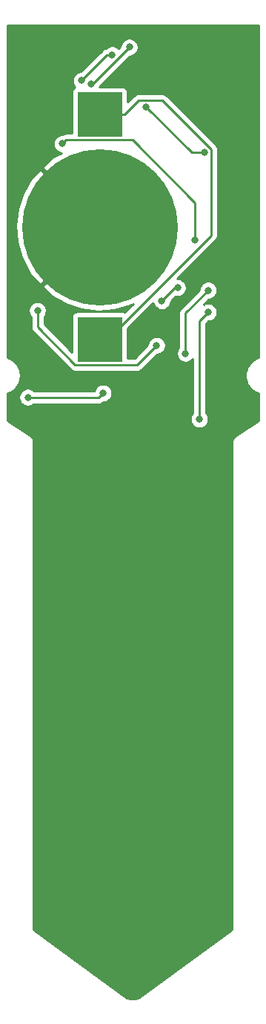
<source format=gbr>
G04 #@! TF.GenerationSoftware,KiCad,Pcbnew,(5.1.2-1)-1*
G04 #@! TF.CreationDate,2021-02-24T07:54:15+01:00*
G04 #@! TF.ProjectId,parasite,70617261-7369-4746-952e-6b696361645f,1.1.0*
G04 #@! TF.SameCoordinates,Original*
G04 #@! TF.FileFunction,Copper,L2,Bot*
G04 #@! TF.FilePolarity,Positive*
%FSLAX46Y46*%
G04 Gerber Fmt 4.6, Leading zero omitted, Abs format (unit mm)*
G04 Created by KiCad (PCBNEW (5.1.2-1)-1) date 2021-02-24 07:54:15*
%MOMM*%
%LPD*%
G04 APERTURE LIST*
%ADD10C,17.800000*%
%ADD11R,5.100000X5.100000*%
%ADD12C,0.800000*%
%ADD13C,0.250000*%
%ADD14C,0.254000*%
G04 APERTURE END LIST*
D10*
X114200000Y-71600000D03*
D11*
X114200000Y-58800000D03*
X114200000Y-84400000D03*
D12*
X106670000Y-69205000D03*
X125600000Y-93500000D03*
X126600000Y-81300000D03*
X125100000Y-73100000D03*
X109900000Y-62100000D03*
X124000000Y-86000000D03*
X126600000Y-78800000D03*
X114600000Y-90500000D03*
X106000000Y-91000000D03*
X114200000Y-84400000D03*
X117600000Y-51100000D03*
X113200000Y-55300000D03*
X120700000Y-85075000D03*
X107100000Y-81100000D03*
X115630001Y-51969999D03*
X112100000Y-54900000D03*
X123100000Y-78500000D03*
X121300000Y-80000000D03*
X126200000Y-63100000D03*
X119500000Y-57900000D03*
D13*
X125600000Y-82300000D02*
X126600000Y-81300000D01*
X125600000Y-93500000D02*
X125600000Y-82300000D01*
X125100000Y-72534315D02*
X125100000Y-73100000D01*
X125100000Y-68846998D02*
X125100000Y-72534315D01*
X117928003Y-61675001D02*
X125100000Y-68846998D01*
X110324999Y-61675001D02*
X117928003Y-61675001D01*
X109900000Y-62100000D02*
X110324999Y-61675001D01*
X124000000Y-81400000D02*
X126600000Y-78800000D01*
X124000000Y-86000000D02*
X124000000Y-81400000D01*
X114100000Y-91000000D02*
X106000000Y-91000000D01*
X114600000Y-90500000D02*
X114100000Y-91000000D01*
X118625001Y-57174999D02*
X117000000Y-58800000D01*
X121348001Y-57174999D02*
X118625001Y-57174999D01*
X126925001Y-62751999D02*
X121348001Y-57174999D01*
X126925001Y-72528001D02*
X126925001Y-62751999D01*
X117000000Y-58800000D02*
X114200000Y-58800000D01*
X115053002Y-84400000D02*
X126925001Y-72528001D01*
X114200000Y-84400000D02*
X115053002Y-84400000D01*
X113400000Y-55300000D02*
X113200000Y-55300000D01*
X117600000Y-51100000D02*
X113400000Y-55300000D01*
X107100000Y-82985002D02*
X107100000Y-81665685D01*
X111389999Y-87275001D02*
X107100000Y-82985002D01*
X107100000Y-81665685D02*
X107100000Y-81100000D01*
X118499999Y-87275001D02*
X111389999Y-87275001D01*
X120700000Y-85075000D02*
X118499999Y-87275001D01*
X115030001Y-51969999D02*
X112100000Y-54900000D01*
X115630001Y-51969999D02*
X115030001Y-51969999D01*
X122800000Y-78500000D02*
X121300000Y-80000000D01*
X123100000Y-78500000D02*
X122800000Y-78500000D01*
X126200000Y-63100000D02*
X124700000Y-63100000D01*
X124700000Y-63100000D02*
X119500000Y-57900000D01*
D14*
G36*
X132340001Y-86450801D02*
G01*
X132209523Y-86492191D01*
X132154588Y-86515737D01*
X132099235Y-86538551D01*
X132091129Y-86542935D01*
X131834592Y-86683968D01*
X131785247Y-86717755D01*
X131735409Y-86750867D01*
X131728309Y-86756741D01*
X131504051Y-86944916D01*
X131462207Y-86987646D01*
X131419751Y-87029806D01*
X131413927Y-87036947D01*
X131230491Y-87265097D01*
X131197744Y-87315139D01*
X131164286Y-87364742D01*
X131159960Y-87372879D01*
X131024330Y-87632313D01*
X131001918Y-87687785D01*
X130978740Y-87742923D01*
X130976077Y-87751745D01*
X130893422Y-88032583D01*
X130882224Y-88091284D01*
X130870184Y-88149940D01*
X130869285Y-88159112D01*
X130842753Y-88450656D01*
X130843171Y-88510472D01*
X130842753Y-88570288D01*
X130843652Y-88579460D01*
X130874252Y-88870605D01*
X130886283Y-88929217D01*
X130897489Y-88987963D01*
X130900153Y-88996784D01*
X130986721Y-89276440D01*
X131009899Y-89331578D01*
X131032311Y-89387050D01*
X131036638Y-89395186D01*
X131175877Y-89652702D01*
X131209304Y-89702259D01*
X131242080Y-89752347D01*
X131247905Y-89759488D01*
X131434510Y-89985056D01*
X131476965Y-90027215D01*
X131518809Y-90069945D01*
X131525909Y-90075819D01*
X131752773Y-90260845D01*
X131802566Y-90293927D01*
X131851955Y-90327745D01*
X131860061Y-90332127D01*
X132118542Y-90469564D01*
X132173836Y-90492355D01*
X132228829Y-90515925D01*
X132237632Y-90518650D01*
X132340000Y-90549557D01*
X132340001Y-93646778D01*
X129660588Y-95433054D01*
X129631550Y-95448575D01*
X129581287Y-95489825D01*
X129531543Y-95530562D01*
X129531323Y-95530830D01*
X129531052Y-95531052D01*
X129489702Y-95581438D01*
X129448962Y-95630974D01*
X129448799Y-95631278D01*
X129448575Y-95631551D01*
X129417976Y-95688798D01*
X129387556Y-95745566D01*
X129387454Y-95745901D01*
X129387290Y-95746208D01*
X129368356Y-95808623D01*
X129349687Y-95869938D01*
X129349653Y-95870278D01*
X129349550Y-95870618D01*
X129343124Y-95935859D01*
X129336808Y-95999307D01*
X129340000Y-96032066D01*
X129340001Y-151663912D01*
X118721338Y-159386575D01*
X118314733Y-159479214D01*
X117827192Y-159493131D01*
X117323567Y-159408264D01*
X117297780Y-159400478D01*
X106660000Y-151663913D01*
X106660000Y-96032065D01*
X106663192Y-95999306D01*
X106656876Y-95935858D01*
X106650450Y-95870617D01*
X106650347Y-95870277D01*
X106650313Y-95869937D01*
X106631644Y-95808622D01*
X106612710Y-95746207D01*
X106612546Y-95745900D01*
X106612444Y-95745565D01*
X106582024Y-95688797D01*
X106551425Y-95631550D01*
X106551201Y-95631277D01*
X106551038Y-95630973D01*
X106510105Y-95581201D01*
X106468948Y-95531052D01*
X106468680Y-95530832D01*
X106468457Y-95530561D01*
X106417903Y-95489161D01*
X106368449Y-95448575D01*
X106339423Y-95433061D01*
X103660000Y-93646779D01*
X103660000Y-90898061D01*
X104965000Y-90898061D01*
X104965000Y-91101939D01*
X105004774Y-91301898D01*
X105082795Y-91490256D01*
X105196063Y-91659774D01*
X105340226Y-91803937D01*
X105509744Y-91917205D01*
X105698102Y-91995226D01*
X105898061Y-92035000D01*
X106101939Y-92035000D01*
X106301898Y-91995226D01*
X106490256Y-91917205D01*
X106659774Y-91803937D01*
X106703711Y-91760000D01*
X114062678Y-91760000D01*
X114100000Y-91763676D01*
X114137322Y-91760000D01*
X114137333Y-91760000D01*
X114248986Y-91749003D01*
X114392247Y-91705546D01*
X114524276Y-91634974D01*
X114640001Y-91540001D01*
X114644105Y-91535000D01*
X114701939Y-91535000D01*
X114901898Y-91495226D01*
X115090256Y-91417205D01*
X115259774Y-91303937D01*
X115403937Y-91159774D01*
X115517205Y-90990256D01*
X115595226Y-90801898D01*
X115635000Y-90601939D01*
X115635000Y-90398061D01*
X115595226Y-90198102D01*
X115517205Y-90009744D01*
X115403937Y-89840226D01*
X115259774Y-89696063D01*
X115090256Y-89582795D01*
X114901898Y-89504774D01*
X114701939Y-89465000D01*
X114498061Y-89465000D01*
X114298102Y-89504774D01*
X114109744Y-89582795D01*
X113940226Y-89696063D01*
X113796063Y-89840226D01*
X113682795Y-90009744D01*
X113604774Y-90198102D01*
X113596440Y-90240000D01*
X106703711Y-90240000D01*
X106659774Y-90196063D01*
X106490256Y-90082795D01*
X106301898Y-90004774D01*
X106101939Y-89965000D01*
X105898061Y-89965000D01*
X105698102Y-90004774D01*
X105509744Y-90082795D01*
X105340226Y-90196063D01*
X105196063Y-90340226D01*
X105082795Y-90509744D01*
X105004774Y-90698102D01*
X104965000Y-90898061D01*
X103660000Y-90898061D01*
X103660000Y-90549198D01*
X103790476Y-90507809D01*
X103845412Y-90484263D01*
X103900764Y-90461449D01*
X103908870Y-90457065D01*
X104165408Y-90316032D01*
X104214753Y-90282245D01*
X104264591Y-90249133D01*
X104271691Y-90243259D01*
X104495949Y-90055084D01*
X104537793Y-90012354D01*
X104580248Y-89970195D01*
X104586072Y-89963053D01*
X104769509Y-89734903D01*
X104802251Y-89684869D01*
X104835714Y-89635258D01*
X104840040Y-89627122D01*
X104975670Y-89367687D01*
X104998082Y-89312215D01*
X105021260Y-89257077D01*
X105023923Y-89248255D01*
X105106578Y-88967417D01*
X105117785Y-88908669D01*
X105129816Y-88850059D01*
X105130715Y-88840888D01*
X105157247Y-88549344D01*
X105156829Y-88489528D01*
X105157247Y-88429712D01*
X105156348Y-88420541D01*
X105125748Y-88129395D01*
X105113710Y-88070753D01*
X105102510Y-88012037D01*
X105099847Y-88003216D01*
X105013279Y-87723560D01*
X104990101Y-87668422D01*
X104967689Y-87612950D01*
X104963362Y-87604814D01*
X104824123Y-87347298D01*
X104790701Y-87297749D01*
X104757920Y-87247653D01*
X104752095Y-87240512D01*
X104565490Y-87014945D01*
X104523054Y-86972804D01*
X104481191Y-86930055D01*
X104474091Y-86924181D01*
X104247227Y-86739155D01*
X104197408Y-86706055D01*
X104148045Y-86672256D01*
X104139939Y-86667873D01*
X103881458Y-86530436D01*
X103826164Y-86507645D01*
X103771171Y-86484075D01*
X103762368Y-86481350D01*
X103660000Y-86450443D01*
X103660000Y-80998061D01*
X106065000Y-80998061D01*
X106065000Y-81201939D01*
X106104774Y-81401898D01*
X106182795Y-81590256D01*
X106296063Y-81759774D01*
X106340001Y-81803712D01*
X106340000Y-82947679D01*
X106336324Y-82985002D01*
X106340000Y-83022324D01*
X106340000Y-83022334D01*
X106350997Y-83133987D01*
X106394454Y-83277248D01*
X106465026Y-83409278D01*
X106504871Y-83457828D01*
X106559999Y-83525003D01*
X106589003Y-83548806D01*
X110826200Y-87786004D01*
X110849998Y-87815002D01*
X110965723Y-87909975D01*
X111097752Y-87980547D01*
X111241013Y-88024004D01*
X111352666Y-88035001D01*
X111352674Y-88035001D01*
X111389999Y-88038677D01*
X111427324Y-88035001D01*
X118462677Y-88035001D01*
X118499999Y-88038677D01*
X118537321Y-88035001D01*
X118537332Y-88035001D01*
X118648985Y-88024004D01*
X118792246Y-87980547D01*
X118924275Y-87909975D01*
X119040000Y-87815002D01*
X119063803Y-87785998D01*
X120739802Y-86110000D01*
X120801939Y-86110000D01*
X121001898Y-86070226D01*
X121190256Y-85992205D01*
X121331152Y-85898061D01*
X122965000Y-85898061D01*
X122965000Y-86101939D01*
X123004774Y-86301898D01*
X123082795Y-86490256D01*
X123196063Y-86659774D01*
X123340226Y-86803937D01*
X123509744Y-86917205D01*
X123698102Y-86995226D01*
X123898061Y-87035000D01*
X124101939Y-87035000D01*
X124301898Y-86995226D01*
X124490256Y-86917205D01*
X124659774Y-86803937D01*
X124803937Y-86659774D01*
X124840001Y-86605801D01*
X124840000Y-92796289D01*
X124796063Y-92840226D01*
X124682795Y-93009744D01*
X124604774Y-93198102D01*
X124565000Y-93398061D01*
X124565000Y-93601939D01*
X124604774Y-93801898D01*
X124682795Y-93990256D01*
X124796063Y-94159774D01*
X124940226Y-94303937D01*
X125109744Y-94417205D01*
X125298102Y-94495226D01*
X125498061Y-94535000D01*
X125701939Y-94535000D01*
X125901898Y-94495226D01*
X126090256Y-94417205D01*
X126259774Y-94303937D01*
X126403937Y-94159774D01*
X126517205Y-93990256D01*
X126595226Y-93801898D01*
X126635000Y-93601939D01*
X126635000Y-93398061D01*
X126595226Y-93198102D01*
X126517205Y-93009744D01*
X126403937Y-92840226D01*
X126360000Y-92796289D01*
X126360000Y-82614801D01*
X126639802Y-82335000D01*
X126701939Y-82335000D01*
X126901898Y-82295226D01*
X127090256Y-82217205D01*
X127259774Y-82103937D01*
X127403937Y-81959774D01*
X127517205Y-81790256D01*
X127595226Y-81601898D01*
X127635000Y-81401939D01*
X127635000Y-81198061D01*
X127595226Y-80998102D01*
X127517205Y-80809744D01*
X127403937Y-80640226D01*
X127259774Y-80496063D01*
X127090256Y-80382795D01*
X126901898Y-80304774D01*
X126701939Y-80265000D01*
X126498061Y-80265000D01*
X126298102Y-80304774D01*
X126109744Y-80382795D01*
X126056290Y-80418512D01*
X126639802Y-79835000D01*
X126701939Y-79835000D01*
X126901898Y-79795226D01*
X127090256Y-79717205D01*
X127259774Y-79603937D01*
X127403937Y-79459774D01*
X127517205Y-79290256D01*
X127595226Y-79101898D01*
X127635000Y-78901939D01*
X127635000Y-78698061D01*
X127595226Y-78498102D01*
X127517205Y-78309744D01*
X127403937Y-78140226D01*
X127259774Y-77996063D01*
X127090256Y-77882795D01*
X126901898Y-77804774D01*
X126701939Y-77765000D01*
X126498061Y-77765000D01*
X126298102Y-77804774D01*
X126109744Y-77882795D01*
X125940226Y-77996063D01*
X125796063Y-78140226D01*
X125682795Y-78309744D01*
X125604774Y-78498102D01*
X125565000Y-78698061D01*
X125565000Y-78760198D01*
X123488998Y-80836201D01*
X123460000Y-80859999D01*
X123436202Y-80888997D01*
X123436201Y-80888998D01*
X123365026Y-80975724D01*
X123294454Y-81107754D01*
X123281332Y-81151014D01*
X123259136Y-81224188D01*
X123250998Y-81251015D01*
X123236324Y-81400000D01*
X123240001Y-81437332D01*
X123240000Y-85296289D01*
X123196063Y-85340226D01*
X123082795Y-85509744D01*
X123004774Y-85698102D01*
X122965000Y-85898061D01*
X121331152Y-85898061D01*
X121359774Y-85878937D01*
X121503937Y-85734774D01*
X121617205Y-85565256D01*
X121695226Y-85376898D01*
X121735000Y-85176939D01*
X121735000Y-84973061D01*
X121695226Y-84773102D01*
X121617205Y-84584744D01*
X121503937Y-84415226D01*
X121359774Y-84271063D01*
X121190256Y-84157795D01*
X121001898Y-84079774D01*
X120801939Y-84040000D01*
X120598061Y-84040000D01*
X120398102Y-84079774D01*
X120209744Y-84157795D01*
X120040226Y-84271063D01*
X119896063Y-84415226D01*
X119782795Y-84584744D01*
X119704774Y-84773102D01*
X119665000Y-84973061D01*
X119665000Y-85035198D01*
X118185198Y-86515001D01*
X117388072Y-86515001D01*
X117388072Y-83139731D01*
X120291689Y-80236114D01*
X120304774Y-80301898D01*
X120382795Y-80490256D01*
X120496063Y-80659774D01*
X120640226Y-80803937D01*
X120809744Y-80917205D01*
X120998102Y-80995226D01*
X121198061Y-81035000D01*
X121401939Y-81035000D01*
X121601898Y-80995226D01*
X121790256Y-80917205D01*
X121959774Y-80803937D01*
X122103937Y-80659774D01*
X122217205Y-80490256D01*
X122295226Y-80301898D01*
X122335000Y-80101939D01*
X122335000Y-80039801D01*
X122866058Y-79508743D01*
X122998061Y-79535000D01*
X123201939Y-79535000D01*
X123401898Y-79495226D01*
X123590256Y-79417205D01*
X123759774Y-79303937D01*
X123903937Y-79159774D01*
X124017205Y-78990256D01*
X124095226Y-78801898D01*
X124135000Y-78601939D01*
X124135000Y-78398061D01*
X124095226Y-78198102D01*
X124017205Y-78009744D01*
X123903937Y-77840226D01*
X123759774Y-77696063D01*
X123590256Y-77582795D01*
X123401898Y-77504774D01*
X123201939Y-77465000D01*
X123062804Y-77465000D01*
X127436005Y-73091799D01*
X127465002Y-73068002D01*
X127522401Y-72998061D01*
X127559975Y-72952278D01*
X127630547Y-72820248D01*
X127637265Y-72798102D01*
X127674004Y-72676987D01*
X127685001Y-72565334D01*
X127685001Y-72565324D01*
X127688677Y-72528001D01*
X127685001Y-72490679D01*
X127685001Y-62789321D01*
X127688677Y-62751998D01*
X127685001Y-62714675D01*
X127685001Y-62714666D01*
X127674004Y-62603013D01*
X127630547Y-62459752D01*
X127594464Y-62392246D01*
X127559975Y-62327722D01*
X127488800Y-62240996D01*
X127465002Y-62211998D01*
X127436004Y-62188200D01*
X121911805Y-56664002D01*
X121888002Y-56634998D01*
X121772277Y-56540025D01*
X121640248Y-56469453D01*
X121496987Y-56425996D01*
X121385334Y-56414999D01*
X121385323Y-56414999D01*
X121348001Y-56411323D01*
X121310679Y-56414999D01*
X118662323Y-56414999D01*
X118625000Y-56411323D01*
X118587677Y-56414999D01*
X118587668Y-56414999D01*
X118476015Y-56425996D01*
X118332754Y-56469453D01*
X118200725Y-56540025D01*
X118200723Y-56540026D01*
X118200724Y-56540026D01*
X118113997Y-56611200D01*
X118113993Y-56611204D01*
X118085000Y-56634998D01*
X118061206Y-56663991D01*
X117388072Y-57337126D01*
X117388072Y-56250000D01*
X117375812Y-56125518D01*
X117339502Y-56005820D01*
X117280537Y-55895506D01*
X117201185Y-55798815D01*
X117104494Y-55719463D01*
X116994180Y-55660498D01*
X116874482Y-55624188D01*
X116750000Y-55611928D01*
X114191071Y-55611928D01*
X114195226Y-55601898D01*
X114200769Y-55574032D01*
X117639802Y-52135000D01*
X117701939Y-52135000D01*
X117901898Y-52095226D01*
X118090256Y-52017205D01*
X118259774Y-51903937D01*
X118403937Y-51759774D01*
X118517205Y-51590256D01*
X118595226Y-51401898D01*
X118635000Y-51201939D01*
X118635000Y-50998061D01*
X118595226Y-50798102D01*
X118517205Y-50609744D01*
X118403937Y-50440226D01*
X118259774Y-50296063D01*
X118090256Y-50182795D01*
X117901898Y-50104774D01*
X117701939Y-50065000D01*
X117498061Y-50065000D01*
X117298102Y-50104774D01*
X117109744Y-50182795D01*
X116940226Y-50296063D01*
X116796063Y-50440226D01*
X116682795Y-50609744D01*
X116604774Y-50798102D01*
X116565000Y-50998061D01*
X116565000Y-51060198D01*
X116374456Y-51250743D01*
X116289775Y-51166062D01*
X116120257Y-51052794D01*
X115931899Y-50974773D01*
X115731940Y-50934999D01*
X115528062Y-50934999D01*
X115328103Y-50974773D01*
X115139745Y-51052794D01*
X114970227Y-51166062D01*
X114919038Y-51217251D01*
X114881015Y-51220996D01*
X114737754Y-51264453D01*
X114605724Y-51335025D01*
X114536000Y-51392247D01*
X114490000Y-51429998D01*
X114466202Y-51458996D01*
X112060199Y-53865000D01*
X111998061Y-53865000D01*
X111798102Y-53904774D01*
X111609744Y-53982795D01*
X111440226Y-54096063D01*
X111296063Y-54240226D01*
X111182795Y-54409744D01*
X111104774Y-54598102D01*
X111065000Y-54798061D01*
X111065000Y-55001939D01*
X111104774Y-55201898D01*
X111182795Y-55390256D01*
X111296063Y-55559774D01*
X111399933Y-55663644D01*
X111295506Y-55719463D01*
X111198815Y-55798815D01*
X111119463Y-55895506D01*
X111060498Y-56005820D01*
X111024188Y-56125518D01*
X111011928Y-56250000D01*
X111011928Y-60915001D01*
X110362321Y-60915001D01*
X110324998Y-60911325D01*
X110287675Y-60915001D01*
X110287666Y-60915001D01*
X110176013Y-60925998D01*
X110032752Y-60969455D01*
X109900723Y-61040027D01*
X109870293Y-61065000D01*
X109798061Y-61065000D01*
X109598102Y-61104774D01*
X109409744Y-61182795D01*
X109240226Y-61296063D01*
X109096063Y-61440226D01*
X108982795Y-61609744D01*
X108904774Y-61798102D01*
X108865000Y-61998061D01*
X108865000Y-62201939D01*
X108904774Y-62401898D01*
X108982795Y-62590256D01*
X109096063Y-62759774D01*
X109240226Y-62903937D01*
X109409744Y-63017205D01*
X109598102Y-63095226D01*
X109798061Y-63135000D01*
X109809459Y-63135000D01*
X109086024Y-63497814D01*
X108671590Y-63774730D01*
X107627775Y-64848170D01*
X114200000Y-71420395D01*
X114214143Y-71406253D01*
X114393748Y-71585858D01*
X114379605Y-71600000D01*
X114393748Y-71614143D01*
X114214143Y-71793748D01*
X114200000Y-71779605D01*
X107627775Y-78351830D01*
X108671590Y-79425270D01*
X110304451Y-80353449D01*
X112087016Y-80945238D01*
X113950782Y-81177894D01*
X115824125Y-81042478D01*
X117635054Y-80544192D01*
X118034173Y-80344027D01*
X117074676Y-81303525D01*
X116994180Y-81260498D01*
X116874482Y-81224188D01*
X116750000Y-81211928D01*
X111650000Y-81211928D01*
X111525518Y-81224188D01*
X111405820Y-81260498D01*
X111295506Y-81319463D01*
X111198815Y-81398815D01*
X111119463Y-81495506D01*
X111060498Y-81605820D01*
X111024188Y-81725518D01*
X111011928Y-81850000D01*
X111011928Y-85822128D01*
X107860000Y-82670201D01*
X107860000Y-81803711D01*
X107903937Y-81759774D01*
X108017205Y-81590256D01*
X108095226Y-81401898D01*
X108135000Y-81201939D01*
X108135000Y-80998061D01*
X108095226Y-80798102D01*
X108017205Y-80609744D01*
X107903937Y-80440226D01*
X107759774Y-80296063D01*
X107590256Y-80182795D01*
X107401898Y-80104774D01*
X107201939Y-80065000D01*
X106998061Y-80065000D01*
X106798102Y-80104774D01*
X106609744Y-80182795D01*
X106440226Y-80296063D01*
X106296063Y-80440226D01*
X106182795Y-80609744D01*
X106104774Y-80798102D01*
X106065000Y-80998061D01*
X103660000Y-80998061D01*
X103660000Y-71350782D01*
X104622106Y-71350782D01*
X104757522Y-73224125D01*
X105255808Y-75035054D01*
X106097814Y-76713976D01*
X106374730Y-77128410D01*
X107448170Y-78172225D01*
X114020395Y-71600000D01*
X107448170Y-65027775D01*
X106374730Y-66071590D01*
X105446551Y-67704451D01*
X104854762Y-69487016D01*
X104622106Y-71350782D01*
X103660000Y-71350782D01*
X103660000Y-48627000D01*
X132340000Y-48627000D01*
X132340001Y-86450801D01*
X132340001Y-86450801D01*
G37*
X132340001Y-86450801D02*
X132209523Y-86492191D01*
X132154588Y-86515737D01*
X132099235Y-86538551D01*
X132091129Y-86542935D01*
X131834592Y-86683968D01*
X131785247Y-86717755D01*
X131735409Y-86750867D01*
X131728309Y-86756741D01*
X131504051Y-86944916D01*
X131462207Y-86987646D01*
X131419751Y-87029806D01*
X131413927Y-87036947D01*
X131230491Y-87265097D01*
X131197744Y-87315139D01*
X131164286Y-87364742D01*
X131159960Y-87372879D01*
X131024330Y-87632313D01*
X131001918Y-87687785D01*
X130978740Y-87742923D01*
X130976077Y-87751745D01*
X130893422Y-88032583D01*
X130882224Y-88091284D01*
X130870184Y-88149940D01*
X130869285Y-88159112D01*
X130842753Y-88450656D01*
X130843171Y-88510472D01*
X130842753Y-88570288D01*
X130843652Y-88579460D01*
X130874252Y-88870605D01*
X130886283Y-88929217D01*
X130897489Y-88987963D01*
X130900153Y-88996784D01*
X130986721Y-89276440D01*
X131009899Y-89331578D01*
X131032311Y-89387050D01*
X131036638Y-89395186D01*
X131175877Y-89652702D01*
X131209304Y-89702259D01*
X131242080Y-89752347D01*
X131247905Y-89759488D01*
X131434510Y-89985056D01*
X131476965Y-90027215D01*
X131518809Y-90069945D01*
X131525909Y-90075819D01*
X131752773Y-90260845D01*
X131802566Y-90293927D01*
X131851955Y-90327745D01*
X131860061Y-90332127D01*
X132118542Y-90469564D01*
X132173836Y-90492355D01*
X132228829Y-90515925D01*
X132237632Y-90518650D01*
X132340000Y-90549557D01*
X132340001Y-93646778D01*
X129660588Y-95433054D01*
X129631550Y-95448575D01*
X129581287Y-95489825D01*
X129531543Y-95530562D01*
X129531323Y-95530830D01*
X129531052Y-95531052D01*
X129489702Y-95581438D01*
X129448962Y-95630974D01*
X129448799Y-95631278D01*
X129448575Y-95631551D01*
X129417976Y-95688798D01*
X129387556Y-95745566D01*
X129387454Y-95745901D01*
X129387290Y-95746208D01*
X129368356Y-95808623D01*
X129349687Y-95869938D01*
X129349653Y-95870278D01*
X129349550Y-95870618D01*
X129343124Y-95935859D01*
X129336808Y-95999307D01*
X129340000Y-96032066D01*
X129340001Y-151663912D01*
X118721338Y-159386575D01*
X118314733Y-159479214D01*
X117827192Y-159493131D01*
X117323567Y-159408264D01*
X117297780Y-159400478D01*
X106660000Y-151663913D01*
X106660000Y-96032065D01*
X106663192Y-95999306D01*
X106656876Y-95935858D01*
X106650450Y-95870617D01*
X106650347Y-95870277D01*
X106650313Y-95869937D01*
X106631644Y-95808622D01*
X106612710Y-95746207D01*
X106612546Y-95745900D01*
X106612444Y-95745565D01*
X106582024Y-95688797D01*
X106551425Y-95631550D01*
X106551201Y-95631277D01*
X106551038Y-95630973D01*
X106510105Y-95581201D01*
X106468948Y-95531052D01*
X106468680Y-95530832D01*
X106468457Y-95530561D01*
X106417903Y-95489161D01*
X106368449Y-95448575D01*
X106339423Y-95433061D01*
X103660000Y-93646779D01*
X103660000Y-90898061D01*
X104965000Y-90898061D01*
X104965000Y-91101939D01*
X105004774Y-91301898D01*
X105082795Y-91490256D01*
X105196063Y-91659774D01*
X105340226Y-91803937D01*
X105509744Y-91917205D01*
X105698102Y-91995226D01*
X105898061Y-92035000D01*
X106101939Y-92035000D01*
X106301898Y-91995226D01*
X106490256Y-91917205D01*
X106659774Y-91803937D01*
X106703711Y-91760000D01*
X114062678Y-91760000D01*
X114100000Y-91763676D01*
X114137322Y-91760000D01*
X114137333Y-91760000D01*
X114248986Y-91749003D01*
X114392247Y-91705546D01*
X114524276Y-91634974D01*
X114640001Y-91540001D01*
X114644105Y-91535000D01*
X114701939Y-91535000D01*
X114901898Y-91495226D01*
X115090256Y-91417205D01*
X115259774Y-91303937D01*
X115403937Y-91159774D01*
X115517205Y-90990256D01*
X115595226Y-90801898D01*
X115635000Y-90601939D01*
X115635000Y-90398061D01*
X115595226Y-90198102D01*
X115517205Y-90009744D01*
X115403937Y-89840226D01*
X115259774Y-89696063D01*
X115090256Y-89582795D01*
X114901898Y-89504774D01*
X114701939Y-89465000D01*
X114498061Y-89465000D01*
X114298102Y-89504774D01*
X114109744Y-89582795D01*
X113940226Y-89696063D01*
X113796063Y-89840226D01*
X113682795Y-90009744D01*
X113604774Y-90198102D01*
X113596440Y-90240000D01*
X106703711Y-90240000D01*
X106659774Y-90196063D01*
X106490256Y-90082795D01*
X106301898Y-90004774D01*
X106101939Y-89965000D01*
X105898061Y-89965000D01*
X105698102Y-90004774D01*
X105509744Y-90082795D01*
X105340226Y-90196063D01*
X105196063Y-90340226D01*
X105082795Y-90509744D01*
X105004774Y-90698102D01*
X104965000Y-90898061D01*
X103660000Y-90898061D01*
X103660000Y-90549198D01*
X103790476Y-90507809D01*
X103845412Y-90484263D01*
X103900764Y-90461449D01*
X103908870Y-90457065D01*
X104165408Y-90316032D01*
X104214753Y-90282245D01*
X104264591Y-90249133D01*
X104271691Y-90243259D01*
X104495949Y-90055084D01*
X104537793Y-90012354D01*
X104580248Y-89970195D01*
X104586072Y-89963053D01*
X104769509Y-89734903D01*
X104802251Y-89684869D01*
X104835714Y-89635258D01*
X104840040Y-89627122D01*
X104975670Y-89367687D01*
X104998082Y-89312215D01*
X105021260Y-89257077D01*
X105023923Y-89248255D01*
X105106578Y-88967417D01*
X105117785Y-88908669D01*
X105129816Y-88850059D01*
X105130715Y-88840888D01*
X105157247Y-88549344D01*
X105156829Y-88489528D01*
X105157247Y-88429712D01*
X105156348Y-88420541D01*
X105125748Y-88129395D01*
X105113710Y-88070753D01*
X105102510Y-88012037D01*
X105099847Y-88003216D01*
X105013279Y-87723560D01*
X104990101Y-87668422D01*
X104967689Y-87612950D01*
X104963362Y-87604814D01*
X104824123Y-87347298D01*
X104790701Y-87297749D01*
X104757920Y-87247653D01*
X104752095Y-87240512D01*
X104565490Y-87014945D01*
X104523054Y-86972804D01*
X104481191Y-86930055D01*
X104474091Y-86924181D01*
X104247227Y-86739155D01*
X104197408Y-86706055D01*
X104148045Y-86672256D01*
X104139939Y-86667873D01*
X103881458Y-86530436D01*
X103826164Y-86507645D01*
X103771171Y-86484075D01*
X103762368Y-86481350D01*
X103660000Y-86450443D01*
X103660000Y-80998061D01*
X106065000Y-80998061D01*
X106065000Y-81201939D01*
X106104774Y-81401898D01*
X106182795Y-81590256D01*
X106296063Y-81759774D01*
X106340001Y-81803712D01*
X106340000Y-82947679D01*
X106336324Y-82985002D01*
X106340000Y-83022324D01*
X106340000Y-83022334D01*
X106350997Y-83133987D01*
X106394454Y-83277248D01*
X106465026Y-83409278D01*
X106504871Y-83457828D01*
X106559999Y-83525003D01*
X106589003Y-83548806D01*
X110826200Y-87786004D01*
X110849998Y-87815002D01*
X110965723Y-87909975D01*
X111097752Y-87980547D01*
X111241013Y-88024004D01*
X111352666Y-88035001D01*
X111352674Y-88035001D01*
X111389999Y-88038677D01*
X111427324Y-88035001D01*
X118462677Y-88035001D01*
X118499999Y-88038677D01*
X118537321Y-88035001D01*
X118537332Y-88035001D01*
X118648985Y-88024004D01*
X118792246Y-87980547D01*
X118924275Y-87909975D01*
X119040000Y-87815002D01*
X119063803Y-87785998D01*
X120739802Y-86110000D01*
X120801939Y-86110000D01*
X121001898Y-86070226D01*
X121190256Y-85992205D01*
X121331152Y-85898061D01*
X122965000Y-85898061D01*
X122965000Y-86101939D01*
X123004774Y-86301898D01*
X123082795Y-86490256D01*
X123196063Y-86659774D01*
X123340226Y-86803937D01*
X123509744Y-86917205D01*
X123698102Y-86995226D01*
X123898061Y-87035000D01*
X124101939Y-87035000D01*
X124301898Y-86995226D01*
X124490256Y-86917205D01*
X124659774Y-86803937D01*
X124803937Y-86659774D01*
X124840001Y-86605801D01*
X124840000Y-92796289D01*
X124796063Y-92840226D01*
X124682795Y-93009744D01*
X124604774Y-93198102D01*
X124565000Y-93398061D01*
X124565000Y-93601939D01*
X124604774Y-93801898D01*
X124682795Y-93990256D01*
X124796063Y-94159774D01*
X124940226Y-94303937D01*
X125109744Y-94417205D01*
X125298102Y-94495226D01*
X125498061Y-94535000D01*
X125701939Y-94535000D01*
X125901898Y-94495226D01*
X126090256Y-94417205D01*
X126259774Y-94303937D01*
X126403937Y-94159774D01*
X126517205Y-93990256D01*
X126595226Y-93801898D01*
X126635000Y-93601939D01*
X126635000Y-93398061D01*
X126595226Y-93198102D01*
X126517205Y-93009744D01*
X126403937Y-92840226D01*
X126360000Y-92796289D01*
X126360000Y-82614801D01*
X126639802Y-82335000D01*
X126701939Y-82335000D01*
X126901898Y-82295226D01*
X127090256Y-82217205D01*
X127259774Y-82103937D01*
X127403937Y-81959774D01*
X127517205Y-81790256D01*
X127595226Y-81601898D01*
X127635000Y-81401939D01*
X127635000Y-81198061D01*
X127595226Y-80998102D01*
X127517205Y-80809744D01*
X127403937Y-80640226D01*
X127259774Y-80496063D01*
X127090256Y-80382795D01*
X126901898Y-80304774D01*
X126701939Y-80265000D01*
X126498061Y-80265000D01*
X126298102Y-80304774D01*
X126109744Y-80382795D01*
X126056290Y-80418512D01*
X126639802Y-79835000D01*
X126701939Y-79835000D01*
X126901898Y-79795226D01*
X127090256Y-79717205D01*
X127259774Y-79603937D01*
X127403937Y-79459774D01*
X127517205Y-79290256D01*
X127595226Y-79101898D01*
X127635000Y-78901939D01*
X127635000Y-78698061D01*
X127595226Y-78498102D01*
X127517205Y-78309744D01*
X127403937Y-78140226D01*
X127259774Y-77996063D01*
X127090256Y-77882795D01*
X126901898Y-77804774D01*
X126701939Y-77765000D01*
X126498061Y-77765000D01*
X126298102Y-77804774D01*
X126109744Y-77882795D01*
X125940226Y-77996063D01*
X125796063Y-78140226D01*
X125682795Y-78309744D01*
X125604774Y-78498102D01*
X125565000Y-78698061D01*
X125565000Y-78760198D01*
X123488998Y-80836201D01*
X123460000Y-80859999D01*
X123436202Y-80888997D01*
X123436201Y-80888998D01*
X123365026Y-80975724D01*
X123294454Y-81107754D01*
X123281332Y-81151014D01*
X123259136Y-81224188D01*
X123250998Y-81251015D01*
X123236324Y-81400000D01*
X123240001Y-81437332D01*
X123240000Y-85296289D01*
X123196063Y-85340226D01*
X123082795Y-85509744D01*
X123004774Y-85698102D01*
X122965000Y-85898061D01*
X121331152Y-85898061D01*
X121359774Y-85878937D01*
X121503937Y-85734774D01*
X121617205Y-85565256D01*
X121695226Y-85376898D01*
X121735000Y-85176939D01*
X121735000Y-84973061D01*
X121695226Y-84773102D01*
X121617205Y-84584744D01*
X121503937Y-84415226D01*
X121359774Y-84271063D01*
X121190256Y-84157795D01*
X121001898Y-84079774D01*
X120801939Y-84040000D01*
X120598061Y-84040000D01*
X120398102Y-84079774D01*
X120209744Y-84157795D01*
X120040226Y-84271063D01*
X119896063Y-84415226D01*
X119782795Y-84584744D01*
X119704774Y-84773102D01*
X119665000Y-84973061D01*
X119665000Y-85035198D01*
X118185198Y-86515001D01*
X117388072Y-86515001D01*
X117388072Y-83139731D01*
X120291689Y-80236114D01*
X120304774Y-80301898D01*
X120382795Y-80490256D01*
X120496063Y-80659774D01*
X120640226Y-80803937D01*
X120809744Y-80917205D01*
X120998102Y-80995226D01*
X121198061Y-81035000D01*
X121401939Y-81035000D01*
X121601898Y-80995226D01*
X121790256Y-80917205D01*
X121959774Y-80803937D01*
X122103937Y-80659774D01*
X122217205Y-80490256D01*
X122295226Y-80301898D01*
X122335000Y-80101939D01*
X122335000Y-80039801D01*
X122866058Y-79508743D01*
X122998061Y-79535000D01*
X123201939Y-79535000D01*
X123401898Y-79495226D01*
X123590256Y-79417205D01*
X123759774Y-79303937D01*
X123903937Y-79159774D01*
X124017205Y-78990256D01*
X124095226Y-78801898D01*
X124135000Y-78601939D01*
X124135000Y-78398061D01*
X124095226Y-78198102D01*
X124017205Y-78009744D01*
X123903937Y-77840226D01*
X123759774Y-77696063D01*
X123590256Y-77582795D01*
X123401898Y-77504774D01*
X123201939Y-77465000D01*
X123062804Y-77465000D01*
X127436005Y-73091799D01*
X127465002Y-73068002D01*
X127522401Y-72998061D01*
X127559975Y-72952278D01*
X127630547Y-72820248D01*
X127637265Y-72798102D01*
X127674004Y-72676987D01*
X127685001Y-72565334D01*
X127685001Y-72565324D01*
X127688677Y-72528001D01*
X127685001Y-72490679D01*
X127685001Y-62789321D01*
X127688677Y-62751998D01*
X127685001Y-62714675D01*
X127685001Y-62714666D01*
X127674004Y-62603013D01*
X127630547Y-62459752D01*
X127594464Y-62392246D01*
X127559975Y-62327722D01*
X127488800Y-62240996D01*
X127465002Y-62211998D01*
X127436004Y-62188200D01*
X121911805Y-56664002D01*
X121888002Y-56634998D01*
X121772277Y-56540025D01*
X121640248Y-56469453D01*
X121496987Y-56425996D01*
X121385334Y-56414999D01*
X121385323Y-56414999D01*
X121348001Y-56411323D01*
X121310679Y-56414999D01*
X118662323Y-56414999D01*
X118625000Y-56411323D01*
X118587677Y-56414999D01*
X118587668Y-56414999D01*
X118476015Y-56425996D01*
X118332754Y-56469453D01*
X118200725Y-56540025D01*
X118200723Y-56540026D01*
X118200724Y-56540026D01*
X118113997Y-56611200D01*
X118113993Y-56611204D01*
X118085000Y-56634998D01*
X118061206Y-56663991D01*
X117388072Y-57337126D01*
X117388072Y-56250000D01*
X117375812Y-56125518D01*
X117339502Y-56005820D01*
X117280537Y-55895506D01*
X117201185Y-55798815D01*
X117104494Y-55719463D01*
X116994180Y-55660498D01*
X116874482Y-55624188D01*
X116750000Y-55611928D01*
X114191071Y-55611928D01*
X114195226Y-55601898D01*
X114200769Y-55574032D01*
X117639802Y-52135000D01*
X117701939Y-52135000D01*
X117901898Y-52095226D01*
X118090256Y-52017205D01*
X118259774Y-51903937D01*
X118403937Y-51759774D01*
X118517205Y-51590256D01*
X118595226Y-51401898D01*
X118635000Y-51201939D01*
X118635000Y-50998061D01*
X118595226Y-50798102D01*
X118517205Y-50609744D01*
X118403937Y-50440226D01*
X118259774Y-50296063D01*
X118090256Y-50182795D01*
X117901898Y-50104774D01*
X117701939Y-50065000D01*
X117498061Y-50065000D01*
X117298102Y-50104774D01*
X117109744Y-50182795D01*
X116940226Y-50296063D01*
X116796063Y-50440226D01*
X116682795Y-50609744D01*
X116604774Y-50798102D01*
X116565000Y-50998061D01*
X116565000Y-51060198D01*
X116374456Y-51250743D01*
X116289775Y-51166062D01*
X116120257Y-51052794D01*
X115931899Y-50974773D01*
X115731940Y-50934999D01*
X115528062Y-50934999D01*
X115328103Y-50974773D01*
X115139745Y-51052794D01*
X114970227Y-51166062D01*
X114919038Y-51217251D01*
X114881015Y-51220996D01*
X114737754Y-51264453D01*
X114605724Y-51335025D01*
X114536000Y-51392247D01*
X114490000Y-51429998D01*
X114466202Y-51458996D01*
X112060199Y-53865000D01*
X111998061Y-53865000D01*
X111798102Y-53904774D01*
X111609744Y-53982795D01*
X111440226Y-54096063D01*
X111296063Y-54240226D01*
X111182795Y-54409744D01*
X111104774Y-54598102D01*
X111065000Y-54798061D01*
X111065000Y-55001939D01*
X111104774Y-55201898D01*
X111182795Y-55390256D01*
X111296063Y-55559774D01*
X111399933Y-55663644D01*
X111295506Y-55719463D01*
X111198815Y-55798815D01*
X111119463Y-55895506D01*
X111060498Y-56005820D01*
X111024188Y-56125518D01*
X111011928Y-56250000D01*
X111011928Y-60915001D01*
X110362321Y-60915001D01*
X110324998Y-60911325D01*
X110287675Y-60915001D01*
X110287666Y-60915001D01*
X110176013Y-60925998D01*
X110032752Y-60969455D01*
X109900723Y-61040027D01*
X109870293Y-61065000D01*
X109798061Y-61065000D01*
X109598102Y-61104774D01*
X109409744Y-61182795D01*
X109240226Y-61296063D01*
X109096063Y-61440226D01*
X108982795Y-61609744D01*
X108904774Y-61798102D01*
X108865000Y-61998061D01*
X108865000Y-62201939D01*
X108904774Y-62401898D01*
X108982795Y-62590256D01*
X109096063Y-62759774D01*
X109240226Y-62903937D01*
X109409744Y-63017205D01*
X109598102Y-63095226D01*
X109798061Y-63135000D01*
X109809459Y-63135000D01*
X109086024Y-63497814D01*
X108671590Y-63774730D01*
X107627775Y-64848170D01*
X114200000Y-71420395D01*
X114214143Y-71406253D01*
X114393748Y-71585858D01*
X114379605Y-71600000D01*
X114393748Y-71614143D01*
X114214143Y-71793748D01*
X114200000Y-71779605D01*
X107627775Y-78351830D01*
X108671590Y-79425270D01*
X110304451Y-80353449D01*
X112087016Y-80945238D01*
X113950782Y-81177894D01*
X115824125Y-81042478D01*
X117635054Y-80544192D01*
X118034173Y-80344027D01*
X117074676Y-81303525D01*
X116994180Y-81260498D01*
X116874482Y-81224188D01*
X116750000Y-81211928D01*
X111650000Y-81211928D01*
X111525518Y-81224188D01*
X111405820Y-81260498D01*
X111295506Y-81319463D01*
X111198815Y-81398815D01*
X111119463Y-81495506D01*
X111060498Y-81605820D01*
X111024188Y-81725518D01*
X111011928Y-81850000D01*
X111011928Y-85822128D01*
X107860000Y-82670201D01*
X107860000Y-81803711D01*
X107903937Y-81759774D01*
X108017205Y-81590256D01*
X108095226Y-81401898D01*
X108135000Y-81201939D01*
X108135000Y-80998061D01*
X108095226Y-80798102D01*
X108017205Y-80609744D01*
X107903937Y-80440226D01*
X107759774Y-80296063D01*
X107590256Y-80182795D01*
X107401898Y-80104774D01*
X107201939Y-80065000D01*
X106998061Y-80065000D01*
X106798102Y-80104774D01*
X106609744Y-80182795D01*
X106440226Y-80296063D01*
X106296063Y-80440226D01*
X106182795Y-80609744D01*
X106104774Y-80798102D01*
X106065000Y-80998061D01*
X103660000Y-80998061D01*
X103660000Y-71350782D01*
X104622106Y-71350782D01*
X104757522Y-73224125D01*
X105255808Y-75035054D01*
X106097814Y-76713976D01*
X106374730Y-77128410D01*
X107448170Y-78172225D01*
X114020395Y-71600000D01*
X107448170Y-65027775D01*
X106374730Y-66071590D01*
X105446551Y-67704451D01*
X104854762Y-69487016D01*
X104622106Y-71350782D01*
X103660000Y-71350782D01*
X103660000Y-48627000D01*
X132340000Y-48627000D01*
X132340001Y-86450801D01*
M02*

</source>
